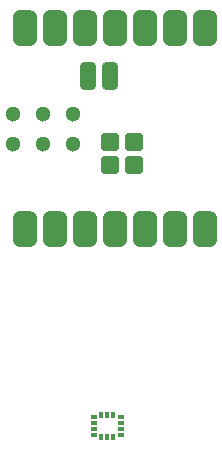
<source format=gbr>
%TF.GenerationSoftware,KiCad,Pcbnew,9.0.2*%
%TF.CreationDate,2025-08-01T16:53:22-07:00*%
%TF.ProjectId,bitboy,62697462-6f79-42e6-9b69-6361645f7063,rev?*%
%TF.SameCoordinates,Original*%
%TF.FileFunction,Paste,Bot*%
%TF.FilePolarity,Positive*%
%FSLAX46Y46*%
G04 Gerber Fmt 4.6, Leading zero omitted, Abs format (unit mm)*
G04 Created by KiCad (PCBNEW 9.0.2) date 2025-08-01 16:53:22*
%MOMM*%
%LPD*%
G01*
G04 APERTURE LIST*
G04 Aperture macros list*
%AMRoundRect*
0 Rectangle with rounded corners*
0 $1 Rounding radius*
0 $2 $3 $4 $5 $6 $7 $8 $9 X,Y pos of 4 corners*
0 Add a 4 corners polygon primitive as box body*
4,1,4,$2,$3,$4,$5,$6,$7,$8,$9,$2,$3,0*
0 Add four circle primitives for the rounded corners*
1,1,$1+$1,$2,$3*
1,1,$1+$1,$4,$5*
1,1,$1+$1,$6,$7*
1,1,$1+$1,$8,$9*
0 Add four rect primitives between the rounded corners*
20,1,$1+$1,$2,$3,$4,$5,0*
20,1,$1+$1,$4,$5,$6,$7,0*
20,1,$1+$1,$6,$7,$8,$9,0*
20,1,$1+$1,$8,$9,$2,$3,0*%
G04 Aperture macros list end*
%ADD10RoundRect,0.250000X-0.500000X0.500000X-0.500000X-0.500000X0.500000X-0.500000X0.500000X0.500000X0*%
%ADD11RoundRect,0.500000X-0.500000X1.000000X-0.500000X-1.000000X0.500000X-1.000000X0.500000X1.000000X0*%
%ADD12RoundRect,0.250000X-0.400000X0.900000X-0.400000X-0.900000X0.400000X-0.900000X0.400000X0.900000X0*%
%ADD13C,1.300000*%
%ADD14RoundRect,0.087500X0.207500X0.087500X-0.207500X0.087500X-0.207500X-0.087500X0.207500X-0.087500X0*%
%ADD15RoundRect,0.087500X0.087500X0.207500X-0.087500X0.207500X-0.087500X-0.207500X0.087500X-0.207500X0*%
G04 APERTURE END LIST*
D10*
%TO.C,U1*%
X148630000Y-52920000D03*
X146630000Y-52920000D03*
X148630000Y-54920000D03*
X146630000Y-54920000D03*
D11*
X139410000Y-43320000D03*
X141950000Y-43320000D03*
X144490000Y-43320000D03*
X147030000Y-43320000D03*
X149570000Y-43320000D03*
X152110000Y-43320000D03*
X154650000Y-43320000D03*
X154650000Y-60320000D03*
X152110000Y-60320000D03*
X149570000Y-60320000D03*
X147030000Y-60320000D03*
X144490000Y-60320000D03*
X141950000Y-60320000D03*
X139410000Y-60320000D03*
D12*
X146630000Y-47320000D03*
X144730000Y-47320000D03*
D13*
X138410000Y-50550000D03*
X140990000Y-50550000D03*
X143530000Y-50550000D03*
X143530000Y-53090000D03*
X140990000Y-53090000D03*
X138410000Y-53090000D03*
%TD*%
D14*
%TO.C,U3*%
X147565000Y-76225000D03*
X147565000Y-76725000D03*
X147565000Y-77225000D03*
X147565000Y-77725000D03*
D15*
X146900000Y-77890000D03*
X146400000Y-77890000D03*
X145900000Y-77890000D03*
D14*
X145235000Y-77725000D03*
X145235000Y-77225000D03*
X145235000Y-76725000D03*
X145235000Y-76225000D03*
D15*
X145900000Y-76060000D03*
X146400000Y-76060000D03*
X146900000Y-76060000D03*
%TD*%
M02*

</source>
